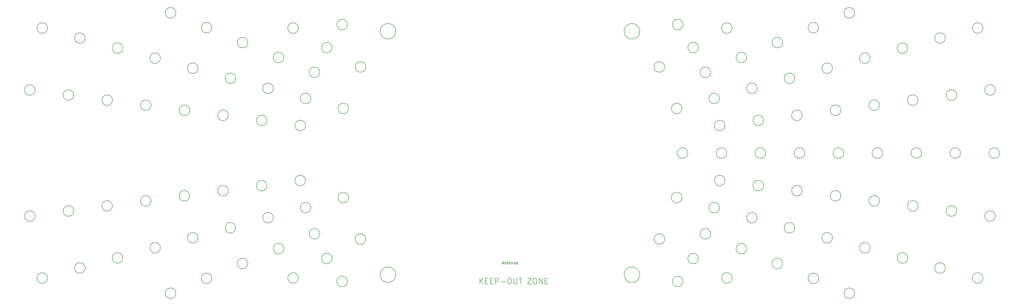
<source format=gbr>
%TF.GenerationSoftware,KiCad,Pcbnew,7.0.8*%
%TF.CreationDate,2023-11-15T20:37:27+01:00*%
%TF.ProjectId,main_board_4_jlc-3.2,6d61696e-5f62-46f6-9172-645f345f6a6c,rev?*%
%TF.SameCoordinates,Original*%
%TF.FileFunction,Other,Comment*%
%FSLAX46Y46*%
G04 Gerber Fmt 4.6, Leading zero omitted, Abs format (unit mm)*
G04 Created by KiCad (PCBNEW 7.0.8) date 2023-11-15 20:37:27*
%MOMM*%
%LPD*%
G01*
G04 APERTURE LIST*
%ADD10C,0.150000*%
G04 APERTURE END LIST*
D10*
X214179142Y-272145438D02*
X214179142Y-270145438D01*
X215321999Y-272145438D02*
X214464856Y-271002580D01*
X215321999Y-270145438D02*
X214179142Y-271288295D01*
X216179142Y-271097819D02*
X216845809Y-271097819D01*
X217131523Y-272145438D02*
X216179142Y-272145438D01*
X216179142Y-272145438D02*
X216179142Y-270145438D01*
X216179142Y-270145438D02*
X217131523Y-270145438D01*
X217988666Y-271097819D02*
X218655333Y-271097819D01*
X218941047Y-272145438D02*
X217988666Y-272145438D01*
X217988666Y-272145438D02*
X217988666Y-270145438D01*
X217988666Y-270145438D02*
X218941047Y-270145438D01*
X219798190Y-272145438D02*
X219798190Y-270145438D01*
X219798190Y-270145438D02*
X220560095Y-270145438D01*
X220560095Y-270145438D02*
X220750571Y-270240676D01*
X220750571Y-270240676D02*
X220845809Y-270335914D01*
X220845809Y-270335914D02*
X220941047Y-270526390D01*
X220941047Y-270526390D02*
X220941047Y-270812104D01*
X220941047Y-270812104D02*
X220845809Y-271002580D01*
X220845809Y-271002580D02*
X220750571Y-271097819D01*
X220750571Y-271097819D02*
X220560095Y-271193057D01*
X220560095Y-271193057D02*
X219798190Y-271193057D01*
X221798190Y-271383533D02*
X223322000Y-271383533D01*
X224655332Y-270145438D02*
X225036285Y-270145438D01*
X225036285Y-270145438D02*
X225226761Y-270240676D01*
X225226761Y-270240676D02*
X225417237Y-270431152D01*
X225417237Y-270431152D02*
X225512475Y-270812104D01*
X225512475Y-270812104D02*
X225512475Y-271478771D01*
X225512475Y-271478771D02*
X225417237Y-271859723D01*
X225417237Y-271859723D02*
X225226761Y-272050200D01*
X225226761Y-272050200D02*
X225036285Y-272145438D01*
X225036285Y-272145438D02*
X224655332Y-272145438D01*
X224655332Y-272145438D02*
X224464856Y-272050200D01*
X224464856Y-272050200D02*
X224274380Y-271859723D01*
X224274380Y-271859723D02*
X224179142Y-271478771D01*
X224179142Y-271478771D02*
X224179142Y-270812104D01*
X224179142Y-270812104D02*
X224274380Y-270431152D01*
X224274380Y-270431152D02*
X224464856Y-270240676D01*
X224464856Y-270240676D02*
X224655332Y-270145438D01*
X226369618Y-270145438D02*
X226369618Y-271764485D01*
X226369618Y-271764485D02*
X226464856Y-271954961D01*
X226464856Y-271954961D02*
X226560094Y-272050200D01*
X226560094Y-272050200D02*
X226750570Y-272145438D01*
X226750570Y-272145438D02*
X227131523Y-272145438D01*
X227131523Y-272145438D02*
X227321999Y-272050200D01*
X227321999Y-272050200D02*
X227417237Y-271954961D01*
X227417237Y-271954961D02*
X227512475Y-271764485D01*
X227512475Y-271764485D02*
X227512475Y-270145438D01*
X228179142Y-270145438D02*
X229321999Y-270145438D01*
X228750570Y-272145438D02*
X228750570Y-270145438D01*
X231322000Y-270145438D02*
X232655333Y-270145438D01*
X232655333Y-270145438D02*
X231322000Y-272145438D01*
X231322000Y-272145438D02*
X232655333Y-272145438D01*
X233798190Y-270145438D02*
X234179143Y-270145438D01*
X234179143Y-270145438D02*
X234369619Y-270240676D01*
X234369619Y-270240676D02*
X234560095Y-270431152D01*
X234560095Y-270431152D02*
X234655333Y-270812104D01*
X234655333Y-270812104D02*
X234655333Y-271478771D01*
X234655333Y-271478771D02*
X234560095Y-271859723D01*
X234560095Y-271859723D02*
X234369619Y-272050200D01*
X234369619Y-272050200D02*
X234179143Y-272145438D01*
X234179143Y-272145438D02*
X233798190Y-272145438D01*
X233798190Y-272145438D02*
X233607714Y-272050200D01*
X233607714Y-272050200D02*
X233417238Y-271859723D01*
X233417238Y-271859723D02*
X233322000Y-271478771D01*
X233322000Y-271478771D02*
X233322000Y-270812104D01*
X233322000Y-270812104D02*
X233417238Y-270431152D01*
X233417238Y-270431152D02*
X233607714Y-270240676D01*
X233607714Y-270240676D02*
X233798190Y-270145438D01*
X235512476Y-272145438D02*
X235512476Y-270145438D01*
X235512476Y-270145438D02*
X236655333Y-272145438D01*
X236655333Y-272145438D02*
X236655333Y-270145438D01*
X237607714Y-271097819D02*
X238274381Y-271097819D01*
X238560095Y-272145438D02*
X237607714Y-272145438D01*
X237607714Y-272145438D02*
X237607714Y-270145438D01*
X237607714Y-270145438D02*
X238560095Y-270145438D01*
X222238095Y-264779104D02*
X222714285Y-264779104D01*
X222142857Y-265064819D02*
X222476190Y-264064819D01*
X222476190Y-264064819D02*
X222809523Y-265064819D01*
X223142857Y-264398152D02*
X223142857Y-265064819D01*
X223142857Y-264493390D02*
X223190476Y-264445771D01*
X223190476Y-264445771D02*
X223285714Y-264398152D01*
X223285714Y-264398152D02*
X223428571Y-264398152D01*
X223428571Y-264398152D02*
X223523809Y-264445771D01*
X223523809Y-264445771D02*
X223571428Y-264541009D01*
X223571428Y-264541009D02*
X223571428Y-265064819D01*
X223904762Y-264398152D02*
X224285714Y-264398152D01*
X224047619Y-264064819D02*
X224047619Y-264921961D01*
X224047619Y-264921961D02*
X224095238Y-265017200D01*
X224095238Y-265017200D02*
X224190476Y-265064819D01*
X224190476Y-265064819D02*
X224285714Y-265064819D01*
X225000000Y-265017200D02*
X224904762Y-265064819D01*
X224904762Y-265064819D02*
X224714286Y-265064819D01*
X224714286Y-265064819D02*
X224619048Y-265017200D01*
X224619048Y-265017200D02*
X224571429Y-264921961D01*
X224571429Y-264921961D02*
X224571429Y-264541009D01*
X224571429Y-264541009D02*
X224619048Y-264445771D01*
X224619048Y-264445771D02*
X224714286Y-264398152D01*
X224714286Y-264398152D02*
X224904762Y-264398152D01*
X224904762Y-264398152D02*
X225000000Y-264445771D01*
X225000000Y-264445771D02*
X225047619Y-264541009D01*
X225047619Y-264541009D02*
X225047619Y-264636247D01*
X225047619Y-264636247D02*
X224571429Y-264731485D01*
X225476191Y-264398152D02*
X225476191Y-265064819D01*
X225476191Y-264493390D02*
X225523810Y-264445771D01*
X225523810Y-264445771D02*
X225619048Y-264398152D01*
X225619048Y-264398152D02*
X225761905Y-264398152D01*
X225761905Y-264398152D02*
X225857143Y-264445771D01*
X225857143Y-264445771D02*
X225904762Y-264541009D01*
X225904762Y-264541009D02*
X225904762Y-265064819D01*
X226380953Y-264398152D02*
X226380953Y-265064819D01*
X226380953Y-264493390D02*
X226428572Y-264445771D01*
X226428572Y-264445771D02*
X226523810Y-264398152D01*
X226523810Y-264398152D02*
X226666667Y-264398152D01*
X226666667Y-264398152D02*
X226761905Y-264445771D01*
X226761905Y-264445771D02*
X226809524Y-264541009D01*
X226809524Y-264541009D02*
X226809524Y-265064819D01*
X227714286Y-265064819D02*
X227714286Y-264541009D01*
X227714286Y-264541009D02*
X227666667Y-264445771D01*
X227666667Y-264445771D02*
X227571429Y-264398152D01*
X227571429Y-264398152D02*
X227380953Y-264398152D01*
X227380953Y-264398152D02*
X227285715Y-264445771D01*
X227714286Y-265017200D02*
X227619048Y-265064819D01*
X227619048Y-265064819D02*
X227380953Y-265064819D01*
X227380953Y-265064819D02*
X227285715Y-265017200D01*
X227285715Y-265017200D02*
X227238096Y-264921961D01*
X227238096Y-264921961D02*
X227238096Y-264826723D01*
X227238096Y-264826723D02*
X227285715Y-264731485D01*
X227285715Y-264731485D02*
X227380953Y-264683866D01*
X227380953Y-264683866D02*
X227619048Y-264683866D01*
X227619048Y-264683866D02*
X227714286Y-264636247D01*
%TO.C,H1*%
X340879248Y-255540647D02*
G75*
G03*
X340879248Y-255540647I-1900000J0D01*
G01*
%TO.C,H60*%
X271640620Y-268840620D02*
G75*
G03*
X271640620Y-268840620I-2800000J0D01*
G01*
%TO.C,H1*%
X316130038Y-236747357D02*
G75*
G03*
X316130038Y-236747357I-1900000J0D01*
G01*
X99397791Y-190835886D02*
G75*
G03*
X99397791Y-190835886I-1900000J0D01*
G01*
X330010266Y-211425276D02*
G75*
G03*
X330010266Y-211425276I-1900000J0D01*
G01*
X58828906Y-179965486D02*
G75*
G03*
X58828906Y-179965486I-1900000J0D01*
G01*
X82149050Y-244056824D02*
G75*
G03*
X82149050Y-244056824I-1900000J0D01*
G01*
X148957714Y-180000000D02*
G75*
G03*
X148957714Y-180000000I-1900000J0D01*
G01*
X348852098Y-275514213D02*
G75*
G03*
X348852098Y-275514213I-1900000J0D01*
G01*
%TO.C,H60*%
X271640620Y-181159380D02*
G75*
G03*
X271640620Y-181159380I-2800000J0D01*
G01*
%TO.C,H1*%
X126443714Y-198082819D02*
G75*
G03*
X126443714Y-198082819I-1900000J0D01*
G01*
X399411406Y-247711557D02*
G75*
G03*
X399411406Y-247711557I-1900000J0D01*
G01*
X130816529Y-264799077D02*
G75*
G03*
X130816529Y-264799077I-1900000J0D01*
G01*
X173206425Y-256000000D02*
G75*
G03*
X173206425Y-256000000I-1900000J0D01*
G01*
X357770722Y-242229457D02*
G75*
G03*
X357770722Y-242229457I-1900000J0D01*
G01*
X335917785Y-179843355D02*
G75*
G03*
X335917785Y-179843355I-1900000J0D01*
G01*
X143750842Y-190558491D02*
G75*
G03*
X143750842Y-190558491I-1900000J0D01*
G01*
X123789734Y-238574724D02*
G75*
G03*
X123789734Y-238574724I-1900000J0D01*
G01*
%TO.C,H60*%
X183959380Y-268840620D02*
G75*
G03*
X183959380Y-268840620I-2800000J0D01*
G01*
%TO.C,H1*%
X156685156Y-195916059D02*
G75*
G03*
X156685156Y-195916059I-1900000J0D01*
G01*
X68268822Y-204115809D02*
G75*
G03*
X68268822Y-204115809I-1900000J0D01*
G01*
X386900000Y-225000000D02*
G75*
G03*
X386900000Y-225000000I-1900000J0D01*
G01*
X161082069Y-187000000D02*
G75*
G03*
X161082069Y-187000000I-1900000J0D01*
G01*
X304842286Y-270000000D02*
G75*
G03*
X304842286Y-270000000I-1900000J0D01*
G01*
X286787401Y-208953219D02*
G75*
G03*
X286787401Y-208953219I-1900000J0D01*
G01*
X130816529Y-185200923D02*
G75*
G03*
X130816529Y-185200923I-1900000J0D01*
G01*
X367925171Y-187212419D02*
G75*
G03*
X367925171Y-187212419I-1900000J0D01*
G01*
X358900000Y-225000000D02*
G75*
G03*
X358900000Y-225000000I-1900000J0D01*
G01*
X156685156Y-254083941D02*
G75*
G03*
X156685156Y-254083941I-1900000J0D01*
G01*
X85874829Y-187212419D02*
G75*
G03*
X85874829Y-187212419I-1900000J0D01*
G01*
X385531178Y-245884191D02*
G75*
G03*
X385531178Y-245884191I-1900000J0D01*
G01*
X372900000Y-225000000D02*
G75*
G03*
X372900000Y-225000000I-1900000J0D01*
G01*
X394971094Y-270034514D02*
G75*
G03*
X394971094Y-270034514I-1900000J0D01*
G01*
X167012599Y-208953219D02*
G75*
G03*
X167012599Y-208953219I-1900000J0D01*
G01*
X330010266Y-238574724D02*
G75*
G03*
X330010266Y-238574724I-1900000J0D01*
G01*
X354402209Y-259164114D02*
G75*
G03*
X354402209Y-259164114I-1900000J0D01*
G01*
X302249809Y-215080009D02*
G75*
G03*
X302249809Y-215080009I-1900000J0D01*
G01*
X126443714Y-251917181D02*
G75*
G03*
X126443714Y-251917181I-1900000J0D01*
G01*
X123789734Y-211425276D02*
G75*
G03*
X123789734Y-211425276I-1900000J0D01*
G01*
X104947902Y-174485787D02*
G75*
G03*
X104947902Y-174485787I-1900000J0D01*
G01*
X117882215Y-270156645D02*
G75*
G03*
X117882215Y-270156645I-1900000J0D01*
G01*
X302900000Y-225000000D02*
G75*
G03*
X302900000Y-225000000I-1900000J0D01*
G01*
X400900000Y-225000000D02*
G75*
G03*
X400900000Y-225000000I-1900000J0D01*
G01*
X310049158Y-259441509D02*
G75*
G03*
X310049158Y-259441509I-1900000J0D01*
G01*
X161082069Y-263000000D02*
G75*
G03*
X161082069Y-263000000I-1900000J0D01*
G01*
X367925171Y-262787581D02*
G75*
G03*
X367925171Y-262787581I-1900000J0D01*
G01*
X297114844Y-254083941D02*
G75*
G03*
X297114844Y-254083941I-1900000J0D01*
G01*
X371650950Y-244056824D02*
G75*
G03*
X371650950Y-244056824I-1900000J0D01*
G01*
X151550191Y-215080009D02*
G75*
G03*
X151550191Y-215080009I-1900000J0D01*
G01*
X286787401Y-241046781D02*
G75*
G03*
X286787401Y-241046781I-1900000J0D01*
G01*
X139966676Y-248293714D02*
G75*
G03*
X139966676Y-248293714I-1900000J0D01*
G01*
X300310363Y-244670247D02*
G75*
G03*
X300310363Y-244670247I-1900000J0D01*
G01*
X313833324Y-248293714D02*
G75*
G03*
X313833324Y-248293714I-1900000J0D01*
G01*
X167012599Y-241046781D02*
G75*
G03*
X167012599Y-241046781I-1900000J0D01*
G01*
X117882215Y-179843355D02*
G75*
G03*
X117882215Y-179843355I-1900000J0D01*
G01*
X143750842Y-259441509D02*
G75*
G03*
X143750842Y-259441509I-1900000J0D01*
G01*
X99397791Y-259164114D02*
G75*
G03*
X99397791Y-259164114I-1900000J0D01*
G01*
X54388594Y-202288443D02*
G75*
G03*
X54388594Y-202288443I-1900000J0D01*
G01*
X316130038Y-213252643D02*
G75*
G03*
X316130038Y-213252643I-1900000J0D01*
G01*
X343890494Y-209597909D02*
G75*
G03*
X343890494Y-209597909I-1900000J0D01*
G01*
X54388594Y-247711557D02*
G75*
G03*
X54388594Y-247711557I-1900000J0D01*
G01*
X72351868Y-266411047D02*
G75*
G03*
X72351868Y-266411047I-1900000J0D01*
G01*
X287194854Y-271265869D02*
G75*
G03*
X287194854Y-271265869I-1900000J0D01*
G01*
X166605146Y-271265869D02*
G75*
G03*
X166605146Y-271265869I-1900000J0D01*
G01*
X310049158Y-190558491D02*
G75*
G03*
X310049158Y-190558491I-1900000J0D01*
G01*
X82149050Y-205943176D02*
G75*
G03*
X82149050Y-205943176I-1900000J0D01*
G01*
X137669962Y-236747357D02*
G75*
G03*
X137669962Y-236747357I-1900000J0D01*
G01*
X109909506Y-209597909D02*
G75*
G03*
X109909506Y-209597909I-1900000J0D01*
G01*
X343890494Y-240402091D02*
G75*
G03*
X343890494Y-240402091I-1900000J0D01*
G01*
X381448132Y-183588953D02*
G75*
G03*
X381448132Y-183588953I-1900000J0D01*
G01*
X322983471Y-264799077D02*
G75*
G03*
X322983471Y-264799077I-1900000J0D01*
G01*
X85874829Y-262787581D02*
G75*
G03*
X85874829Y-262787581I-1900000J0D01*
G01*
X112920752Y-255540647D02*
G75*
G03*
X112920752Y-255540647I-1900000J0D01*
G01*
X292717931Y-263000000D02*
G75*
G03*
X292717931Y-263000000I-1900000J0D01*
G01*
X139966676Y-201706286D02*
G75*
G03*
X139966676Y-201706286I-1900000J0D01*
G01*
X151550191Y-234919991D02*
G75*
G03*
X151550191Y-234919991I-1900000J0D01*
G01*
X153489637Y-244670247D02*
G75*
G03*
X153489637Y-244670247I-1900000J0D01*
G01*
X58828906Y-270034514D02*
G75*
G03*
X58828906Y-270034514I-1900000J0D01*
G01*
X316900000Y-225000000D02*
G75*
G03*
X316900000Y-225000000I-1900000J0D01*
G01*
X96029278Y-242229457D02*
G75*
G03*
X96029278Y-242229457I-1900000J0D01*
G01*
X327356286Y-198082819D02*
G75*
G03*
X327356286Y-198082819I-1900000J0D01*
G01*
X357770722Y-207770543D02*
G75*
G03*
X357770722Y-207770543I-1900000J0D01*
G01*
X280593575Y-194000000D02*
G75*
G03*
X280593575Y-194000000I-1900000J0D01*
G01*
X292717931Y-187000000D02*
G75*
G03*
X292717931Y-187000000I-1900000J0D01*
G01*
X348852098Y-174485787D02*
G75*
G03*
X348852098Y-174485787I-1900000J0D01*
G01*
X385531178Y-204115809D02*
G75*
G03*
X385531178Y-204115809I-1900000J0D01*
G01*
X68268822Y-245884191D02*
G75*
G03*
X68268822Y-245884191I-1900000J0D01*
G01*
X302249809Y-234919991D02*
G75*
G03*
X302249809Y-234919991I-1900000J0D01*
G01*
X112920752Y-194459353D02*
G75*
G03*
X112920752Y-194459353I-1900000J0D01*
G01*
X371650950Y-205943176D02*
G75*
G03*
X371650950Y-205943176I-1900000J0D01*
G01*
X166605146Y-178734131D02*
G75*
G03*
X166605146Y-178734131I-1900000J0D01*
G01*
X394971094Y-179965486D02*
G75*
G03*
X394971094Y-179965486I-1900000J0D01*
G01*
X399411406Y-202288443D02*
G75*
G03*
X399411406Y-202288443I-1900000J0D01*
G01*
X173206425Y-194000000D02*
G75*
G03*
X173206425Y-194000000I-1900000J0D01*
G01*
X148957714Y-270000000D02*
G75*
G03*
X148957714Y-270000000I-1900000J0D01*
G01*
%TO.C,H60*%
X183959380Y-181159380D02*
G75*
G03*
X183959380Y-181159380I-2800000J0D01*
G01*
%TO.C,H1*%
X297114844Y-195916059D02*
G75*
G03*
X297114844Y-195916059I-1900000J0D01*
G01*
X304842286Y-180000000D02*
G75*
G03*
X304842286Y-180000000I-1900000J0D01*
G01*
X354402209Y-190835886D02*
G75*
G03*
X354402209Y-190835886I-1900000J0D01*
G01*
X137669962Y-213252643D02*
G75*
G03*
X137669962Y-213252643I-1900000J0D01*
G01*
X381448132Y-266411047D02*
G75*
G03*
X381448132Y-266411047I-1900000J0D01*
G01*
X322983471Y-185200923D02*
G75*
G03*
X322983471Y-185200923I-1900000J0D01*
G01*
X335917785Y-270156645D02*
G75*
G03*
X335917785Y-270156645I-1900000J0D01*
G01*
X300310363Y-205329753D02*
G75*
G03*
X300310363Y-205329753I-1900000J0D01*
G01*
X96029278Y-207770543D02*
G75*
G03*
X96029278Y-207770543I-1900000J0D01*
G01*
X109909506Y-240402091D02*
G75*
G03*
X109909506Y-240402091I-1900000J0D01*
G01*
X313833324Y-201706286D02*
G75*
G03*
X313833324Y-201706286I-1900000J0D01*
G01*
X327356286Y-251917181D02*
G75*
G03*
X327356286Y-251917181I-1900000J0D01*
G01*
X72351868Y-183588953D02*
G75*
G03*
X72351868Y-183588953I-1900000J0D01*
G01*
X330900000Y-225000000D02*
G75*
G03*
X330900000Y-225000000I-1900000J0D01*
G01*
X340879248Y-194459353D02*
G75*
G03*
X340879248Y-194459353I-1900000J0D01*
G01*
X280593575Y-256000000D02*
G75*
G03*
X280593575Y-256000000I-1900000J0D01*
G01*
X104947902Y-275514213D02*
G75*
G03*
X104947902Y-275514213I-1900000J0D01*
G01*
X288900000Y-225000000D02*
G75*
G03*
X288900000Y-225000000I-1900000J0D01*
G01*
X153489637Y-205329753D02*
G75*
G03*
X153489637Y-205329753I-1900000J0D01*
G01*
X287194854Y-178734131D02*
G75*
G03*
X287194854Y-178734131I-1900000J0D01*
G01*
X344900000Y-225000000D02*
G75*
G03*
X344900000Y-225000000I-1900000J0D01*
G01*
%TD*%
M02*

</source>
